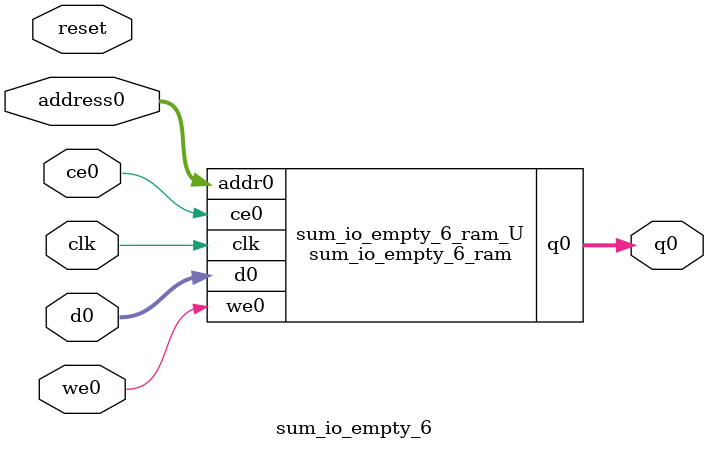
<source format=v>

`timescale 1 ns / 1 ps
module sum_io_empty_6_ram (addr0, ce0, d0, we0, q0,  clk);

parameter DWIDTH = 6;
parameter AWIDTH = 15;
parameter MEM_SIZE = 20000;

input[AWIDTH-1:0] addr0;
input ce0;
input[DWIDTH-1:0] d0;
input we0;
output wire[DWIDTH-1:0] q0;
input clk;

reg [DWIDTH-1:0] ram[0:MEM_SIZE-1];
reg [DWIDTH-1:0] q0_t0;
reg [DWIDTH-1:0] q0_t1;


assign q0 = q0_t1;

always @(posedge clk)  
begin
    if (ce0) 
    begin
        q0_t1 <= q0_t0;
    end
end


always @(posedge clk)  
begin 
    if (ce0) 
    begin
        if (we0) 
        begin 
            ram[addr0] <= d0; 
            q0_t0 <= d0;
        end 
        else 
            q0_t0 <= ram[addr0];
    end
end


endmodule


`timescale 1 ns / 1 ps
module sum_io_empty_6(
    reset,
    clk,
    address0,
    ce0,
    we0,
    d0,
    q0);

parameter DataWidth = 32'd6;
parameter AddressRange = 32'd20000;
parameter AddressWidth = 32'd15;
input reset;
input clk;
input[AddressWidth - 1:0] address0;
input ce0;
input we0;
input[DataWidth - 1:0] d0;
output[DataWidth - 1:0] q0;



sum_io_empty_6_ram sum_io_empty_6_ram_U(
    .clk( clk ),
    .addr0( address0 ),
    .ce0( ce0 ),
    .d0( d0 ),
    .we0( we0 ),
    .q0( q0 ));

endmodule


</source>
